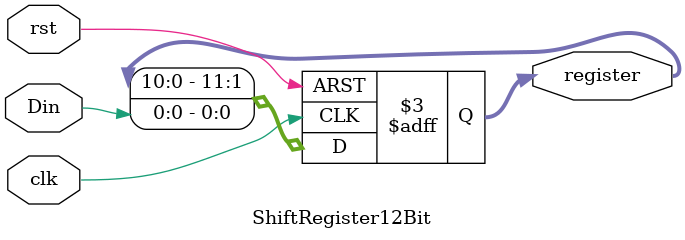
<source format=v>
/*--  *******************************************************
--  Computer Architecture Course, Laboratory Sources 
--  Amirkabir University of Technology (Tehran Polytechnic)
--  Department of Computer Engineering (CE-AUT)
--  https://ce[dot]aut[dot]ac[dot]ir
--  *******************************************************
--  All Rights reserved (C) 2019-2020
--  *******************************************************
--  Student ID  : 
--  Student Name: 
--  Student Mail: 
--  *******************************************************
--  Additional Comments:
--
--*/

/*-----------------------------------------------------------
---  Module Name: Gas Engine Utils
---  Description: Module2:
-----------------------------------------------------------*/
`timescale 1 ns/1 ns

/***********************************************************/
/************** Design Your Own Modules Below **************/

module ShiftRegister12Bit (
    input Din,                      // Data_in
    input clk,                      // posedge clock
    input rst,                      // reset
    output reg [11:0]register = 0   // 12bit register ( FIFO )
);
    always @(posedge clk or posedge rst) begin
        if(rst)begin
            register = 0;
        end
        else begin
            register = { register[10:0], Din };
        end
    end
endmodule
	
/************** Design Your Own Modules Above **************/
/***********************************************************/

</source>
